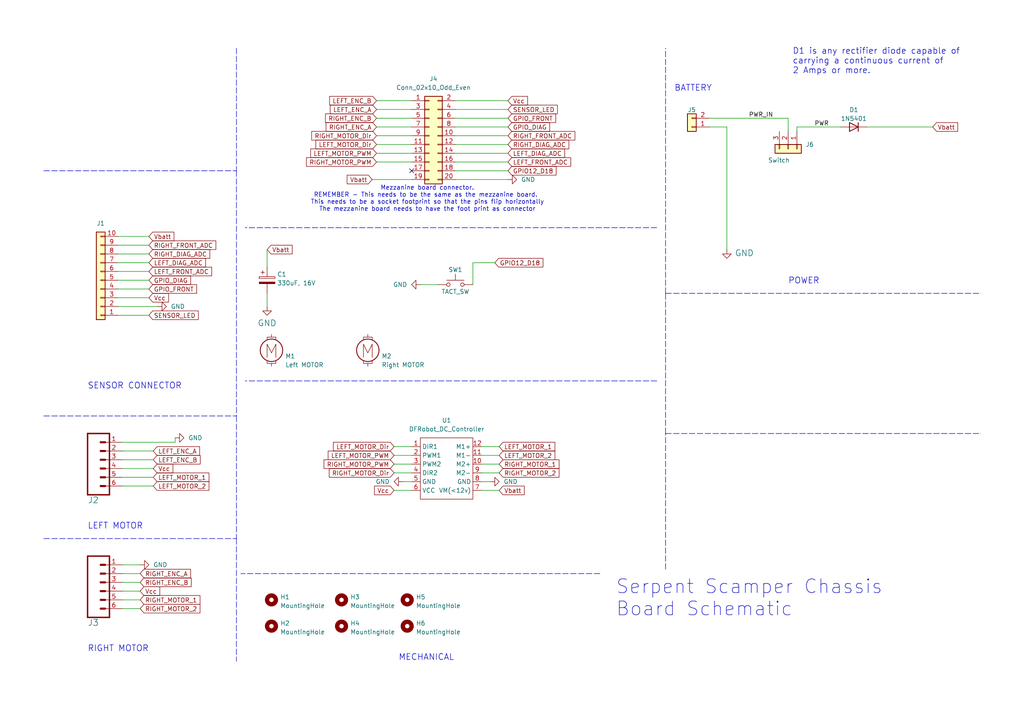
<source format=kicad_sch>
(kicad_sch (version 20231120) (generator "eeschema") (generator_version "8.0")
  (paper "A4")
  (title_block (title "Sepent Scamper Chassis") (date "2025-01-25") (rev "1"))
  (lib_symbols
    (symbol "Connector_Generic:Conn_01x02" (pin_names (offset 1.016) hide)
      (property "Reference" "J" (at 0 2.54 0))
      (property "Value" "Conn_01x02" (at 0 -5.08 0))
      (symbol "Conn_01x02_1_1"
        (rectangle (start -1.27 -2.413) (end 0 -2.667) (stroke (width 0.1524)))
        (rectangle (start -1.27 0.127) (end 0 -0.127) (stroke (width 0.1524)))
        (rectangle (start -1.27 1.27) (end 1.27 -3.81) (stroke (width 0.254)) (fill (type background)))
        (pin passive line (at -5.08 0 0) (length 3.81) (name "Pin_1") (number "1"))
        (pin passive line (at -5.08 -2.54 0) (length 3.81) (name "Pin_2") (number "2"))
      )
    )
    (symbol "Connector_Generic:Conn_01x03" (pin_names (offset 1.016) hide)
      (property "Reference" "J" (at 0 5.08 0))
      (property "Value" "Conn_01x03" (at 0 -5.08 0))
      (symbol "Conn_01x03_1_1"
        (rectangle (start -1.27 -2.413) (end 0 -2.667) (stroke (width 0.1524)))
        (rectangle (start -1.27 0.127) (end 0 -0.127) (stroke (width 0.1524)))
        (rectangle (start -1.27 2.667) (end 0 2.413) (stroke (width 0.1524)))
        (rectangle (start -1.27 3.81) (end 1.27 -3.81) (stroke (width 0.254)) (fill (type background)))
        (pin passive line (at -5.08 2.54 0) (length 3.81) (name "Pin_1") (number "1"))
        (pin passive line (at -5.08 0 0) (length 3.81) (name "Pin_2") (number "2"))
        (pin passive line (at -5.08 -2.54 0) (length 3.81) (name "Pin_3") (number "3"))
      )
    )
    (symbol "Connector_Generic:Conn_01x10" (pin_names (offset 1.016) hide)
      (property "Reference" "J" (at 0 12.7 0))
      (property "Value" "Conn_01x10" (at 0 -15.24 0))
      (symbol "Conn_01x10_1_1"
        (rectangle (start -1.27 -12.573) (end 0 -12.827) (stroke (width 0.1524)))
        (rectangle (start -1.27 -10.033) (end 0 -10.287) (stroke (width 0.1524)))
        (rectangle (start -1.27 -7.493) (end 0 -7.747) (stroke (width 0.1524)))
        (rectangle (start -1.27 -4.953) (end 0 -5.207) (stroke (width 0.1524)))
        (rectangle (start -1.27 -2.413) (end 0 -2.667) (stroke (width 0.1524)))
        (rectangle (start -1.27 0.127) (end 0 -0.127) (stroke (width 0.1524)))
        (rectangle (start -1.27 2.667) (end 0 2.413) (stroke (width 0.1524)))
        (rectangle (start -1.27 5.207) (end 0 4.953) (stroke (width 0.1524)))
        (rectangle (start -1.27 7.747) (end 0 7.493) (stroke (width 0.1524)))
        (rectangle (start -1.27 10.287) (end 0 10.033) (stroke (width 0.1524)))
        (rectangle (start -1.27 11.43) (end 1.27 -13.97) (stroke (width 0.254)) (fill (type background)))
        (pin passive line (at -5.08 10.16 0) (length 3.81) (name "Pin_1") (number "1"))
        (pin passive line (at -5.08 -12.7 0) (length 3.81) (name "Pin_10") (number "10"))
        (pin passive line (at -5.08 7.62 0) (length 3.81) (name "Pin_2") (number "2"))
        (pin passive line (at -5.08 5.08 0) (length 3.81) (name "Pin_3") (number "3"))
        (pin passive line (at -5.08 2.54 0) (length 3.81) (name "Pin_4") (number "4"))
        (pin passive line (at -5.08 0 0) (length 3.81) (name "Pin_5") (number "5"))
        (pin passive line (at -5.08 -2.54 0) (length 3.81) (name "Pin_6") (number "6"))
        (pin passive line (at -5.08 -5.08 0) (length 3.81) (name "Pin_7") (number "7"))
        (pin passive line (at -5.08 -7.62 0) (length 3.81) (name "Pin_8") (number "8"))
        (pin passive line (at -5.08 -10.16 0) (length 3.81) (name "Pin_9") (number "9"))
      )
    )
    (symbol "Connector_Generic:Conn_02x10_Odd_Even" (pin_names (offset 1.016) hide)
      (property "Reference" "J" (at 1.27 12.7 0))
      (property "Value" "Conn_02x10_Odd_Even" (at 1.27 -15.24 0))
      (symbol "Conn_02x10_Odd_Even_1_1"
        (rectangle (start -1.27 -12.573) (end 0 -12.827) (stroke (width 0.1524)))
        (rectangle (start -1.27 -10.033) (end 0 -10.287) (stroke (width 0.1524)))
        (rectangle (start -1.27 -7.493) (end 0 -7.747) (stroke (width 0.1524)))
        (rectangle (start -1.27 -4.953) (end 0 -5.207) (stroke (width 0.1524)))
        (rectangle (start -1.27 -2.413) (end 0 -2.667) (stroke (width 0.1524)))
        (rectangle (start -1.27 0.127) (end 0 -0.127) (stroke (width 0.1524)))
        (rectangle (start -1.27 2.667) (end 0 2.413) (stroke (width 0.1524)))
        (rectangle (start -1.27 5.207) (end 0 4.953) (stroke (width 0.1524)))
        (rectangle (start -1.27 7.747) (end 0 7.493) (stroke (width 0.1524)))
        (rectangle (start -1.27 10.287) (end 0 10.033) (stroke (width 0.1524)))
        (rectangle (start -1.27 11.43) (end 3.81 -13.97) (stroke (width 0.254)) (fill (type background)))
        (rectangle (start 3.81 -12.573) (end 2.54 -12.827) (stroke (width 0.1524)))
        (rectangle (start 3.81 -10.033) (end 2.54 -10.287) (stroke (width 0.1524)))
        (rectangle (start 3.81 -7.493) (end 2.54 -7.747) (stroke (width 0.1524)))
        (rectangle (start 3.81 -4.953) (end 2.54 -5.207) (stroke (width 0.1524)))
        (rectangle (start 3.81 -2.413) (end 2.54 -2.667) (stroke (width 0.1524)))
        (rectangle (start 3.81 0.127) (end 2.54 -0.127) (stroke (width 0.1524)))
        (rectangle (start 3.81 2.667) (end 2.54 2.413) (stroke (width 0.1524)))
        (rectangle (start 3.81 5.207) (end 2.54 4.953) (stroke (width 0.1524)))
        (rectangle (start 3.81 7.747) (end 2.54 7.493) (stroke (width 0.1524)))
        (rectangle (start 3.81 10.287) (end 2.54 10.033) (stroke (width 0.1524)))
        (pin passive line (at -5.08 10.16 0) (length 3.81) (name "Pin_1") (number "1"))
        (pin passive line (at 7.62 0 180) (length 3.81) (name "Pin_10") (number "10"))
        (pin passive line (at -5.08 -2.54 0) (length 3.81) (name "Pin_11") (number "11"))
        (pin passive line (at 7.62 -2.54 180) (length 3.81) (name "Pin_12") (number "12"))
        (pin passive line (at -5.08 -5.08 0) (length 3.81) (name "Pin_13") (number "13"))
        (pin passive line (at 7.62 -5.08 180) (length 3.81) (name "Pin_14") (number "14"))
        (pin passive line (at -5.08 -7.62 0) (length 3.81) (name "Pin_15") (number "15"))
        (pin passive line (at 7.62 -7.62 180) (length 3.81) (name "Pin_16") (number "16"))
        (pin passive line (at -5.08 -10.16 0) (length 3.81) (name "Pin_17") (number "17"))
        (pin passive line (at 7.62 -10.16 180) (length 3.81) (name "Pin_18") (number "18"))
        (pin passive line (at -5.08 -12.7 0) (length 3.81) (name "Pin_19") (number "19"))
        (pin passive line (at 7.62 10.16 180) (length 3.81) (name "Pin_2") (number "2"))
        (pin passive line (at 7.62 -12.7 180) (length 3.81) (name "Pin_20") (number "20"))
        (pin passive line (at -5.08 7.62 0) (length 3.81) (name "Pin_3") (number "3"))
        (pin passive line (at 7.62 7.62 180) (length 3.81) (name "Pin_4") (number "4"))
        (pin passive line (at -5.08 5.08 0) (length 3.81) (name "Pin_5") (number "5"))
        (pin passive line (at 7.62 5.08 180) (length 3.81) (name "Pin_6") (number "6"))
        (pin passive line (at -5.08 2.54 0) (length 3.81) (name "Pin_7") (number "7"))
        (pin passive line (at 7.62 2.54 180) (length 3.81) (name "Pin_8") (number "8"))
        (pin passive line (at -5.08 0 0) (length 3.81) (name "Pin_9") (number "9"))
      )
    )
    (symbol "Device:C_Polarized" (pin_numbers hide) (pin_names (offset 0.254))
      (property "Reference" "C" (at 0.635 2.54 0))
      (property "Value" "C_Polarized" (at 0.635 -2.54 0))
      (symbol "C_Polarized_0_1"
        (rectangle (start -2.286 0.508) (end 2.286 1.016))
        (polyline (pts (xy -1.778 2.286) (xy -0.762 2.286)))
        (polyline (pts (xy -1.27 2.794) (xy -1.27 1.778)))
        (rectangle (start 2.286 -0.508) (end -2.286 -1.016) (fill (type outline)))
      )
      (symbol "C_Polarized_1_1"
        (pin passive line (at 0 3.81 270) (length 2.794) (name "~") (number "1"))
        (pin passive line (at 0 -3.81 90) (length 2.794) (name "~") (number "2"))
      )
    )
    (symbol "Device:D" (pin_numbers hide) (pin_names (offset 1.016) hide)
      (property "Reference" "D" (at 0 2.54 0))
      (property "Value" "D" (at 0 -2.54 0))
      (symbol "D_0_1"
        (polyline (pts (xy -1.27 1.27) (xy -1.27 -1.27)) (stroke (width 0.254)))
        (polyline (pts (xy 1.27 0) (xy -1.27 0)))
        (polyline (pts (xy 1.27 1.27) (xy 1.27 -1.27) (xy -1.27 0) (xy 1.27 1.27)) (stroke (width 0.254)))
      )
      (symbol "D_1_1"
        (pin passive line (at -3.81 0 0) (length 2.54) (name "K") (number "1"))
        (pin passive line (at 3.81 0 180) (length 2.54) (name "A") (number "2"))
      )
    )
    (symbol "Mechanical:MountingHole" (pin_names (offset 1.016))
      (property "Reference" "H" (at 0 5.08 0))
      (property "Value" "MountingHole" (at 0 3.175 0))
      (symbol "MountingHole_0_1"
        (circle (center 0 0) (radius 1.27) (stroke (width 1.27)))
      )
    )
    (symbol "PB_Library:DFRobot_DC_Motor_Controller"
      (property "Reference" "U" (at -1.778 4.826 0))
      (property "Value" "DFRobot_DC_Controller" (at 6.858 6.858 0))
      (symbol "DFRobot_DC_Motor_Controller_0_1"
        (rectangle (start -1.27 -13.97) (end 13.97 3.81))
      )
      (symbol "DFRobot_DC_Motor_Controller_1_1"
        (pin input line (at -3.81 1.27 0) (length 2.54) (name "DIR1") (number "1"))
        (pin input line (at 16.51 -3.81 180) (length 2.54) (name "M2+") (number "10"))
        (pin input line (at 16.51 -1.27 180) (length 2.54) (name "M1-") (number "11"))
        (pin input line (at 16.51 1.27 180) (length 2.54) (name "M1+") (number "12"))
        (pin input line (at -3.81 -1.27 0) (length 2.54) (name "PWM1") (number "2"))
        (pin input line (at -3.81 -3.81 0) (length 2.54) (name "PWM2") (number "3"))
        (pin input line (at -3.81 -6.35 0) (length 2.54) (name "DIR2") (number "4"))
        (pin power_out line (at -3.81 -8.89 0) (length 2.54) (name "GND") (number "5"))
        (pin power_in line (at -3.81 -11.43 0) (length 2.54) (name "VCC") (number "6"))
        (pin power_in line (at 16.51 -11.43 180) (length 2.54) (name "VM(<12v)") (number "7"))
        (pin power_out line (at 16.51 -8.89 180) (length 2.54) (name "GND") (number "8"))
        (pin input line (at 16.51 -6.35 180) (length 2.54) (name "M2-") (number "9"))
      )
    )
    (symbol "PB_Library:Tact_Switch_6mm" (pin_numbers hide) (pin_names (offset 1.016) hide)
      (property "Reference" "SW" (at 1.27 2.54 0))
      (property "Value" "TACT_SW" (at 0 -1.524 0))
      (symbol "Tact_Switch_6mm_0_1"
        (circle (center -2.032 0) (radius 0.508))
        (polyline (pts (xy 0 1.27) (xy 0 3.048)))
        (polyline (pts (xy 2.54 1.27) (xy -2.54 1.27)))
        (circle (center 2.032 0) (radius 0.508))
        (pin passive line (at -5.08 0 0) (length 2.54) (name "A") (number "1"))
        (pin passive line (at 5.08 0 180) (length 2.54) (name "B") (number "2"))
      )
    )
    (symbol "power:GND" (power) (pin_names (offset 0))
      (property "Value" "GND" (at 0 -3.81 0))
      (symbol "GND_0_1"
        (polyline (pts (xy 0 0) (xy 0 -1.27) (xy 1.27 -1.27) (xy 0 -2.54) (xy -1.27 -1.27) (xy 0 -1.27)))
      )
      (symbol "GND_1_1"
        (pin power_in line (at 0 0 270) (length 0) hide (name "GND") (number "1"))
      )
    )
    (symbol "ukmarsbot:CONN_06LOCK_LONGPADS"
      (property "Reference" "J" (at -5.08 10.668 0))
      (property "Value" "CONN_06LOCK_LONGPADS" (at -5.08 -9.906 0))
      (symbol "CONN_06LOCK_LONGPADS_1_0"
        (polyline (pts (xy -5.08 10.16) (xy -5.08 -7.62)) (stroke (width 0.4064)))
        (polyline (pts (xy -5.08 10.16) (xy 1.27 10.16)) (stroke (width 0.4064)))
        (polyline (pts (xy -1.27 -5.08) (xy 0 -5.08)) (stroke (width 0.6096)))
        (polyline (pts (xy -1.27 -2.54) (xy 0 -2.54)) (stroke (width 0.6096)))
        (polyline (pts (xy -1.27 0) (xy 0 0)) (stroke (width 0.6096)))
        (polyline (pts (xy -1.27 2.54) (xy 0 2.54)) (stroke (width 0.6096)))
        (polyline (pts (xy -1.27 5.08) (xy 0 5.08)) (stroke (width 0.6096)))
        (polyline (pts (xy -1.27 7.62) (xy 0 7.62)) (stroke (width 0.6096)))
        (polyline (pts (xy 1.27 -7.62) (xy -5.08 -7.62)) (stroke (width 0.4064)))
        (polyline (pts (xy 1.27 -7.62) (xy 1.27 10.16)) (stroke (width 0.4064)))
        (pin passive line (at 5.08 -5.08 180) (length 5.08) (name "1") (number "1"))
        (pin passive line (at 5.08 -2.54 180) (length 5.08) (name "2") (number "2"))
        (pin passive line (at 5.08 0 180) (length 5.08) (name "3") (number "3"))
        (pin passive line (at 5.08 2.54 180) (length 5.08) (name "4") (number "4"))
        (pin passive line (at 5.08 5.08 180) (length 5.08) (name "5") (number "5"))
        (pin passive line (at 5.08 7.62 180) (length 5.08) (name "6") (number "6"))
      )
    )
    (symbol "ukmarsbot:GEARMOTOR" (pin_names (offset 0))
      (property "Reference" "M" (at 2.54 2.54 0))
      (property "Value" "GEARMOTOR" (at 2.286 -2.286 0))
      (symbol "GEARMOTOR_0_0"
        (polyline (pts (xy -1.27 -2.032) (xy -1.27 1.778) (xy 0 -0.762) (xy 1.27 1.778) (xy 1.27 -2.032)))
      )
      (symbol "GEARMOTOR_0_1"
        (polyline (pts (xy 0 -3.81) (xy 0 -4.6228)))
        (polyline (pts (xy 0 3.81) (xy 0 4.6228)))
        (polyline (pts (xy -1.27 3.048) (xy -1.27 3.81) (xy 1.27 3.81) (xy 1.27 3.048)) (stroke (width 0.1524)))
        (polyline (pts (xy 1.27 -3.048) (xy 1.27 -3.81) (xy -1.27 -3.81) (xy -1.27 -3.048)) (stroke (width 0.1524)))
        (circle (center 0 0) (radius 3.2512) (stroke (width 0.254)))
      )
    )
  )
  (no_connect (at 119.38 49.53))
  (wire (pts (xy 34.29 88.9) (xy 45.72 88.9)))
  (wire (pts (xy 205.74 34.29) (xy 228.6 34.29)))
  (wire (pts (xy 109.22 36.83) (xy 119.38 36.83)))
  (wire (pts (xy 35.56 135.89) (xy 44.45 135.89)))
  (wire (pts (xy 34.29 86.36) (xy 43.18 86.36)))
  (wire (pts (xy 251.46 36.83) (xy 270.51 36.83)))
  (wire (pts (xy 205.74 36.83) (xy 210.82 36.83)))
  (wire (pts (xy 132.08 44.45) (xy 147.32 44.45)))
  (wire (pts (xy 35.56 130.81) (xy 44.45 130.81)))
  (wire (pts (xy 139.7 139.7) (xy 142.24 139.7)))
  (wire (pts (xy 139.7 142.24) (xy 144.78 142.24)))
  (polyline (pts (xy 190.5 110.49) (xy 71.12 110.49)) (stroke (width 0) (type dash)))
  (wire (pts (xy 132.08 36.83) (xy 147.32 36.83)))
  (polyline (pts (xy 193.04 125.73) (xy 284.48 125.73)) (stroke (width 0) (type dash)))
  (wire (pts (xy 34.29 76.2) (xy 43.18 76.2)))
  (wire (pts (xy 210.82 36.83) (xy 210.82 72.39)))
  (wire (pts (xy 34.29 71.12) (xy 43.18 71.12)))
  (wire (pts (xy 34.29 91.44) (xy 43.18 91.44)))
  (polyline (pts (xy 68.58 13.97) (xy 68.58 49.53)) (stroke (width 0) (type dash)))
  (polyline (pts (xy 193.04 165.1) (xy 193.04 125.73)) (stroke (width 0) (type dash)))
  (wire (pts (xy 114.3 142.24) (xy 119.38 142.24)))
  (wire (pts (xy 109.22 34.29) (xy 119.38 34.29)))
  (polyline (pts (xy 190.5 66.04) (xy 71.12 66.04)) (stroke (width 0) (type dash)))
  (wire (pts (xy 116.84 139.7) (xy 119.38 139.7)))
  (wire (pts (xy 132.08 34.29) (xy 147.32 34.29)))
  (wire (pts (xy 35.56 176.53) (xy 40.64 176.53)))
  (wire (pts (xy 132.08 46.99) (xy 147.32 46.99)))
  (wire (pts (xy 35.56 163.83) (xy 40.64 163.83)))
  (wire (pts (xy 35.56 140.97) (xy 44.45 140.97)))
  (wire (pts (xy 114.3 129.54) (xy 119.38 129.54)))
  (wire (pts (xy 109.22 29.21) (xy 119.38 29.21)))
  (wire (pts (xy 35.56 173.99) (xy 40.64 173.99)))
  (polyline (pts (xy 173.99 166.37) (xy 69.85 166.37)) (stroke (width 0) (type dash)))
  (wire (pts (xy 35.56 171.45) (xy 40.64 171.45)))
  (wire (pts (xy 35.56 166.37) (xy 40.64 166.37)))
  (wire (pts (xy 132.08 41.91) (xy 147.32 41.91)))
  (wire (pts (xy 137.16 76.2) (xy 137.16 82.55)))
  (wire (pts (xy 77.47 72.39) (xy 77.47 77.47)))
  (wire (pts (xy 228.6 38.1) (xy 228.6 34.29)))
  (wire (pts (xy 121.92 82.55) (xy 127 82.55)))
  (polyline (pts (xy 193.04 125.73) (xy 193.04 85.09)) (stroke (width 0) (type dash)))
  (wire (pts (xy 34.29 78.74) (xy 43.18 78.74)))
  (wire (pts (xy 77.47 85.09) (xy 77.47 88.9)))
  (wire (pts (xy 35.56 128.27) (xy 50.8 128.27)))
  (wire (pts (xy 132.08 29.21) (xy 147.32 29.21)))
  (polyline (pts (xy 193.04 85.09) (xy 284.48 85.09)) (stroke (width 0) (type dash)))
  (wire (pts (xy 50.8 128.27) (xy 50.8 127)))
  (wire (pts (xy 139.7 134.62) (xy 144.78 134.62)))
  (polyline (pts (xy 68.58 49.53) (xy 68.58 120.65)) (stroke (width 0) (type dash)))
  (wire (pts (xy 132.08 31.75) (xy 147.32 31.75)))
  (wire (pts (xy 139.7 129.54) (xy 144.78 129.54)))
  (wire (pts (xy 34.29 73.66) (xy 43.18 73.66)))
  (polyline (pts (xy 12.7 156.21) (xy 68.58 156.21)) (stroke (width 0) (type dash)))
  (wire (pts (xy 34.29 68.58) (xy 43.18 68.58)))
  (wire (pts (xy 132.08 52.07) (xy 147.32 52.07)))
  (wire (pts (xy 114.3 137.16) (xy 119.38 137.16)))
  (wire (pts (xy 34.29 81.28) (xy 43.18 81.28)))
  (wire (pts (xy 139.7 137.16) (xy 144.78 137.16)))
  (wire (pts (xy 35.56 138.43) (xy 44.45 138.43)))
  (wire (pts (xy 139.7 132.08) (xy 144.78 132.08)))
  (polyline (pts (xy 193.04 85.09) (xy 193.04 13.97)) (stroke (width 0) (type dash)))
  (wire (pts (xy 35.56 168.91) (xy 40.64 168.91)))
  (wire (pts (xy 35.56 133.35) (xy 44.45 133.35)))
  (wire (pts (xy 107.95 52.07) (xy 119.38 52.07)))
  (wire (pts (xy 109.22 41.91) (xy 119.38 41.91)))
  (wire (pts (xy 231.14 36.83) (xy 243.84 36.83)))
  (wire (pts (xy 34.29 83.82) (xy 43.18 83.82)))
  (wire (pts (xy 109.22 44.45) (xy 119.38 44.45)))
  (polyline (pts (xy 12.7 49.53) (xy 68.58 49.53)) (stroke (width 0) (type dash)))
  (polyline (pts (xy 12.7 120.65) (xy 68.58 120.65)) (stroke (width 0) (type dash)))
  (polyline (pts (xy 68.58 156.21) (xy 68.58 191.77)) (stroke (width 0) (type dash)))
  (wire (pts (xy 109.22 39.37) (xy 119.38 39.37)))
  (wire (pts (xy 132.08 39.37) (xy 147.32 39.37)))
  (wire (pts (xy 231.14 36.83) (xy 231.14 38.1)))
  (polyline (pts (xy 68.58 120.65) (xy 68.58 156.21)) (stroke (width 0) (type dash)))
  (wire (pts (xy 132.08 49.53) (xy 147.32 49.53)))
  (wire (pts (xy 143.51 76.2) (xy 137.16 76.2)))
  (wire (pts (xy 114.3 132.08) (xy 119.38 132.08)))
  (wire (pts (xy 109.22 31.75) (xy 119.38 31.75)))
  (wire (pts (xy 109.22 46.99) (xy 119.38 46.99)))
  (wire (pts (xy 114.3 134.62) (xy 119.38 134.62)))
  (text "D1 is any rectifier diode capable of \ncarrying a continuous current of \n2 Amps or more. \n" (at 229.87 21.59 0) (effects (font (size 1.75 1.75)) (justify left bottom)))
  (text "POWER" (at 228.6 82.55 0) (effects (font (size 1.75 1.75)) (justify left bottom)))
  (text "RIGHT MOTOR" (at 25.4 189.23 0) (effects (font (size 1.75 1.75)) (justify left bottom)))
  (text "SENSOR CONNECTOR" (at 25.4 113.03 0) (effects (font (size 1.75 1.75)) (justify left bottom)))
  (text "BATTERY" (at 195.58 26.67 0) (effects (font (size 1.75 1.75)) (justify left bottom)))
  (text "MECHANICAL" (at 115.57 191.77 0) (effects (font (size 1.75 1.75)) (justify left bottom)))
  (text "Mezzanine board connector.\nREMEMBER - This needs to be the same as the mezzanine board. \nThis needs to be a socket footprint so that the pins flip horizontally\nThe mezzanine board needs to have the foot print as connector" (at 123.952 57.658 0) (effects (font (size 1.27 1.27))))
  (text "Serpent Scamper Chassis \nBoard Schematic" (at 178.562 179.07 0) (effects (font (size 4 4)) (justify left bottom)))
  (text "LEFT MOTOR" (at 25.4 153.67 0) (effects (font (size 1.75 1.75)) (justify left bottom)))
  (label "PWR_IN" (at 217.17 34.29 0))
  (label "PWR" (at 236.22 36.83 0))
  (global_label "Vbatt" (shape input) (at 43.18 68.58 0) (property "Intersheetrefs" "${INTERSHEET_REFS}" (effects (hide yes))))
  (global_label "Vcc" (shape input) (at 40.64 171.45 0) (property "Intersheetrefs" "${INTERSHEET_REFS}" (effects (hide yes))))
  (global_label "Vbatt" (shape input) (at 77.47 72.39 0) (property "Intersheetrefs" "${INTERSHEET_REFS}" (effects (hide yes))))
  (global_label "GPIO_DIAG" (shape input) (at 147.32 36.83 0) (property "Intersheetrefs" "${INTERSHEET_REFS}" (effects (hide yes))))
  (global_label "LEFT_ENC_A" (shape input) (at 44.45 130.81 0) (property "Intersheetrefs" "${INTERSHEET_REFS}" (effects (hide yes))))
  (global_label "RIGHT_MOTOR_Dir" (shape input) (at 109.22 39.37 180) (property "Intersheetrefs" "${INTERSHEET_REFS}" (effects (hide yes))))
  (global_label "RIGHT_MOTOR_PWM" (shape input) (at 114.3 134.62 180) (property "Intersheetrefs" "${INTERSHEET_REFS}" (effects (hide yes))))
  (global_label "GPIO_DIAG" (shape input) (at 43.18 81.28 0) (property "Intersheetrefs" "${INTERSHEET_REFS}" (effects (hide yes))))
  (global_label "LEFT_MOTOR_Dir" (shape input) (at 114.3 129.54 180) (property "Intersheetrefs" "${INTERSHEET_REFS}" (effects (hide yes))))
  (global_label "RIGHT_ENC_B" (shape input) (at 40.64 168.91 0) (property "Intersheetrefs" "${INTERSHEET_REFS}" (effects (hide yes))))
  (global_label "RIGHT_ENC_A" (shape input) (at 40.64 166.37 0) (property "Intersheetrefs" "${INTERSHEET_REFS}" (effects (hide yes))))
  (global_label "LEFT_MOTOR_1" (shape input) (at 44.45 138.43 0) (property "Intersheetrefs" "${INTERSHEET_REFS}" (effects (hide yes))))
  (global_label "GPIO12_D18" (shape input) (at 143.51 76.2 0) (property "Intersheetrefs" "${INTERSHEET_REFS}" (effects (hide yes))))
  (global_label "LEFT_FRONT_ADC" (shape input) (at 147.32 46.99 0) (property "Intersheetrefs" "${INTERSHEET_REFS}" (effects (hide yes))))
  (global_label "RIGHT_ENC_A" (shape input) (at 109.22 36.83 180) (property "Intersheetrefs" "${INTERSHEET_REFS}" (effects (hide yes))))
  (global_label "RIGHT_MOTOR_Dir" (shape input) (at 114.3 137.16 180) (property "Intersheetrefs" "${INTERSHEET_REFS}" (effects (hide yes))))
  (global_label "Vcc" (shape input) (at 44.45 135.89 0) (property "Intersheetrefs" "${INTERSHEET_REFS}" (effects (hide yes))))
  (global_label "Vbatt" (shape input) (at 107.95 52.07 180) (property "Intersheetrefs" "${INTERSHEET_REFS}" (effects (hide yes))))
  (global_label "Vbatt" (shape input) (at 144.78 142.24 0) (property "Intersheetrefs" "${INTERSHEET_REFS}" (effects (hide yes))))
  (global_label "LEFT_MOTOR_Dir" (shape input) (at 109.22 41.91 180) (property "Intersheetrefs" "${INTERSHEET_REFS}" (effects (hide yes))))
  (global_label "LEFT_DIAG_ADC" (shape input) (at 43.18 76.2 0) (property "Intersheetrefs" "${INTERSHEET_REFS}" (effects (hide yes))))
  (global_label "RIGHT_MOTOR_1" (shape input) (at 40.64 173.99 0) (property "Intersheetrefs" "${INTERSHEET_REFS}" (effects (hide yes))))
  (global_label "Vcc" (shape input) (at 43.18 86.36 0) (property "Intersheetrefs" "${INTERSHEET_REFS}" (effects (hide yes))))
  (global_label "RIGHT_MOTOR_1" (shape input) (at 144.78 134.62 0) (property "Intersheetrefs" "${INTERSHEET_REFS}" (effects (hide yes))))
  (global_label "SENSOR_LED" (shape input) (at 43.18 91.44 0) (property "Intersheetrefs" "${INTERSHEET_REFS}" (effects (hide yes))))
  (global_label "LEFT_MOTOR_2" (shape input) (at 44.45 140.97 0) (property "Intersheetrefs" "${INTERSHEET_REFS}" (effects (hide yes))))
  (global_label "RIGHT_MOTOR_2" (shape input) (at 144.78 137.16 0) (property "Intersheetrefs" "${INTERSHEET_REFS}" (effects (hide yes))))
  (global_label "GPIO_FRONT" (shape input) (at 147.32 34.29 0) (property "Intersheetrefs" "${INTERSHEET_REFS}" (effects (hide yes))))
  (global_label "LEFT_ENC_A" (shape input) (at 109.22 31.75 180) (property "Intersheetrefs" "${INTERSHEET_REFS}" (effects (hide yes))))
  (global_label "LEFT_MOTOR_2" (shape input) (at 144.78 132.08 0) (property "Intersheetrefs" "${INTERSHEET_REFS}" (effects (hide yes))))
  (global_label "LEFT_ENC_B" (shape input) (at 44.45 133.35 0) (property "Intersheetrefs" "${INTERSHEET_REFS}" (effects (hide yes))))
  (global_label "RIGHT_ENC_B" (shape input) (at 109.22 34.29 180) (property "Intersheetrefs" "${INTERSHEET_REFS}" (effects (hide yes))))
  (global_label "RIGHT_MOTOR_PWM" (shape input) (at 109.22 46.99 180) (property "Intersheetrefs" "${INTERSHEET_REFS}" (effects (hide yes))))
  (global_label "RIGHT_DIAG_ADC" (shape input) (at 43.18 73.66 0) (property "Intersheetrefs" "${INTERSHEET_REFS}" (effects (hide yes))))
  (global_label "LEFT_MOTOR_1" (shape input) (at 144.78 129.54 0) (property "Intersheetrefs" "${INTERSHEET_REFS}" (effects (hide yes))))
  (global_label "RIGHT_FRONT_ADC" (shape input) (at 147.32 39.37 0) (property "Intersheetrefs" "${INTERSHEET_REFS}" (effects (hide yes))))
  (global_label "LEFT_MOTOR_PWM" (shape input) (at 114.3 132.08 180) (property "Intersheetrefs" "${INTERSHEET_REFS}" (effects (hide yes))))
  (global_label "RIGHT_FRONT_ADC" (shape input) (at 43.18 71.12 0) (property "Intersheetrefs" "${INTERSHEET_REFS}" (effects (hide yes))))
  (global_label "GPIO12_D18" (shape input) (at 147.32 49.53 0) (property "Intersheetrefs" "${INTERSHEET_REFS}" (effects (hide yes))))
  (global_label "SENSOR_LED" (shape input) (at 147.32 31.75 0) (property "Intersheetrefs" "${INTERSHEET_REFS}" (effects (hide yes))))
  (global_label "LEFT_FRONT_ADC" (shape input) (at 43.18 78.74 0) (property "Intersheetrefs" "${INTERSHEET_REFS}" (effects (hide yes))))
  (global_label "Vcc" (shape input) (at 147.32 29.21 0) (property "Intersheetrefs" "${INTERSHEET_REFS}" (effects (hide yes))))
  (global_label "Vbatt" (shape input) (at 270.51 36.83 0) (property "Intersheetrefs" "${INTERSHEET_REFS}" (effects (hide yes))))
  (global_label "LEFT_MOTOR_PWM" (shape input) (at 109.22 44.45 180) (property "Intersheetrefs" "${INTERSHEET_REFS}" (effects (hide yes))))
  (global_label "GPIO_FRONT" (shape input) (at 43.18 83.82 0) (property "Intersheetrefs" "${INTERSHEET_REFS}" (effects (hide yes))))
  (global_label "LEFT_DIAG_ADC" (shape input) (at 147.32 44.45 0) (property "Intersheetrefs" "${INTERSHEET_REFS}" (effects (hide yes))))
  (global_label "LEFT_ENC_B" (shape input) (at 109.22 29.21 180) (property "Intersheetrefs" "${INTERSHEET_REFS}" (effects (hide yes))))
  (global_label "RIGHT_DIAG_ADC" (shape input) (at 147.32 41.91 0) (property "Intersheetrefs" "${INTERSHEET_REFS}" (effects (hide yes))))
  (global_label "RIGHT_MOTOR_2" (shape input) (at 40.64 176.53 0) (property "Intersheetrefs" "${INTERSHEET_REFS}" (effects (hide yes))))
  (global_label "Vcc" (shape input) (at 114.3 142.24 180) (property "Intersheetrefs" "${INTERSHEET_REFS}" (effects (hide yes))))
  (symbol (lib_id "power:GND") (at 142.24 139.7 90) (unit 1)
    (property "Reference" "#PWR05" (effects (hide yes)))
    (property "Value" "GND" (at 146.05 139.6999 90) (effects (justify right)))
    (property "Description" "Power symbol creates a global label with name \"GND\" , ground" (effects (hide yes)))
  )
  (symbol (lib_id "power:GND") (at 45.72 88.9 90) (unit 1)
    (property "Reference" "#PWR02" (effects (hide yes)))
    (property "Value" "GND" (at 49.53 88.8999 90) (effects (justify right)))
    (property "Description" "Power symbol creates a global label with name \"GND\" , ground" (effects (hide yes)))
  )
  (symbol (lib_id "power:GND") (at 210.82 72.39 0) (unit 1)
    (property "Reference" "#GND02" (effects (hide yes)))
    (property "Value" "GND" (at 215.9 72.39 0) (effects (font (size 1.75 1.75)) (justify top)))
    (property "Footprint" "ukmarsbot:" (effects (hide yes)))
  )
  (symbol (lib_id "ukmarsbot:CONN_06LOCK_LONGPADS") (at 30.48 133.35 0) (mirror x) (unit 1)
    (property "Reference" "J2" (at 25.4 144.018 0) (effects (font (size 1.778 1.778)) (justify left bottom)))
    (property "Value" "CONN_06SILK_FEMALE_PTH" (effects (hide yes)))
    (property "Footprint" "ukmarsbot:1X06_LOCK_LONGPADS" (effects (hide yes)))
    (property "Note" "6 pin header, 0.1\", male" (effects (hide yes)))
  )
  (symbol (lib_id "Connector_Generic:Conn_01x10") (at 29.21 81.28 180) (unit 1)
    (property "Reference" "J1" (at 29.21 64.77 0))
    (property "Value" "Conn_01x10" (effects (hide yes)))
    (property "Footprint" "Connector_PinSocket_2.54mm:PinSocket_1x10_P2.54mm_Vertical" (effects (hide yes)))
    (property "Description" "Generic connector, single row, 01x10, script generated (kicad-library-utils/schlib/autogen/connector/)" (effects (hide yes)))
  )
  (symbol (lib_id "Mechanical:MountingHole") (at 99.06 173.99 0) (unit 1)
    (property "Reference" "H3" (at 101.6 173.1553 0) (effects (justify left)))
    (property "Value" "MountingHole" (at 101.6 175.6922 0) (effects (justify left)))
    (property "Footprint" "ukmarsbot:MountingHole_3.2mm_M3_clearance" (effects (hide yes)))
    (property "Note" "Check finished size is M3 (3.2mm)" (effects (hide yes)))
  )
  (symbol (lib_id "power:GND") (at 77.47 88.9 0) (unit 1)
    (property "Reference" "#GND01" (effects (hide yes)))
    (property "Value" "GND" (at 77.47 92.71 0) (effects (font (size 1.75 1.75)) (justify top)))
    (property "Footprint" "ukmarsbot:" (effects (hide yes)))
  )
  (symbol (lib_id "power:GND") (at 40.64 163.83 90) (unit 1)
    (property "Reference" "#PWR01" (effects (hide yes)))
    (property "Value" "GND" (at 44.45 163.8299 90) (effects (justify right)))
    (property "Description" "Power symbol creates a global label with name \"GND\" , ground" (effects (hide yes)))
  )
  (symbol (lib_id "Connector_Generic:Conn_01x02") (at 200.66 36.83 180) (unit 1)
    (property "Reference" "J5" (at 200.66 31.8572 0))
    (property "Value" "POWER" (effects (hide yes)))
    (property "Footprint" "Connector_Molex:Molex_KK-254_AE-6410-02A_1x02_P2.54mm_Vertical" (effects (hide yes)))
    (property "Note" "0.1\" pitch, polarised, any type" (effects (hide yes)))
  )
  (symbol (lib_id "Device:D") (at 247.65 36.83 180) (unit 1)
    (property "Reference" "D1" (at 247.65 31.8602 0))
    (property "Value" "1N5401" (at 247.65 34.3971 0))
    (property "Footprint" "Diode_THT:D_DO-201AD_P15.24mm_Horizontal" (effects (hide yes)))
    (property "Note" "> 2A rectifier. Shottky is good" (effects (hide yes)))
  )
  (symbol (lib_id "Mechanical:MountingHole") (at 99.06 181.61 0) (unit 1)
    (property "Reference" "H4" (at 101.6 180.7753 0) (effects (justify left)))
    (property "Value" "MountingHole" (at 101.6 183.3122 0) (effects (justify left)))
    (property "Footprint" "ukmarsbot:MountingHole_3.2mm_M3_clearance" (effects (hide yes)))
    (property "Note" "Check finished size is M3 (3.2mm)" (effects (hide yes)))
  )
  (symbol (lib_id "PB_Library:Tact_Switch_6mm") (at 132.08 82.55 0) (unit 1)
    (property "Reference" "SW1" (at 132.08 78.232 0))
    (property "Value" "TACT_SW" (at 132.08 84.582 0))
    (property "Footprint" "Button_Switch_THT:SW_PUSH_6mm" (effects (hide yes)))
    (property "Description" "TACT switch 6mm 4.5mm" (effects (hide yes)))
  )
  (symbol (lib_id "power:GND") (at 147.32 52.07 90) (unit 1)
    (property "Reference" "#PWR07" (effects (hide yes)))
    (property "Value" "GND" (at 151.13 52.0699 90) (effects (justify right)))
    (property "Description" "Power symbol creates a global label with name \"GND\" , ground" (effects (hide yes)))
  )
  (symbol (lib_id "ukmarsbot:CONN_06LOCK_LONGPADS") (at 30.48 168.91 0) (mirror x) (unit 1)
    (property "Reference" "J3" (at 25.4 179.578 0) (effects (font (size 1.778 1.778)) (justify left bottom)))
    (property "Value" "CONN_06SILK_FEMALE_PTH" (effects (hide yes)))
    (property "Footprint" "ukmarsbot:1X06_LOCK_LONGPADS" (effects (hide yes)))
    (property "Note" "6 pin header, 0.1\", male" (effects (hide yes)))
  )
  (symbol (lib_id "Device:C_Polarized") (at 77.47 81.28 0) (unit 1)
    (property "Reference" "C1" (at 80.391 79.5563 0) (effects (justify left)))
    (property "Value" "330uF, 16V" (at 80.391 82.0932 0) (effects (justify left)))
    (property "Footprint" "Capacitor_THT:CP_Radial_D8.0mm_P2.50mm" (effects (hide yes)))
    (property "Note" "Maximum height is 10mm" (effects (hide yes)))
  )
  (symbol (lib_id "Mechanical:MountingHole") (at 118.11 181.61 0) (unit 1)
    (property "Reference" "H6" (at 120.65 180.7753 0) (effects (justify left)))
    (property "Value" "MountingHole" (at 120.65 183.3122 0) (effects (justify left)))
    (property "Footprint" "ukmarsbot:MountingHole_3.2mm_M3_clearance" (effects (hide yes)))
    (property "Note" "Check finished size is M3 (3.2mm)" (effects (hide yes)))
  )
  (symbol (lib_id "power:GND") (at 121.92 82.55 270) (unit 1)
    (property "Reference" "#PWR06" (effects (hide yes)))
    (property "Value" "GND" (at 118.11 82.5499 90) (effects (justify right)))
    (property "Description" "Power symbol creates a global label with name \"GND\" , ground" (effects (hide yes)))
  )
  (symbol (lib_id "Mechanical:MountingHole") (at 78.74 173.99 0) (unit 1)
    (property "Reference" "H1" (at 81.28 173.1553 0) (effects (justify left)))
    (property "Value" "MountingHole" (at 81.28 175.6922 0) (effects (justify left)))
    (property "Footprint" "ukmarsbot:MountingHole_3.2mm_M3_clearance" (effects (hide yes)))
    (property "Note" "Check finished size is M3 (3.2mm)" (effects (hide yes)))
  )
  (symbol (lib_id "ukmarsbot:GEARMOTOR") (at 106.68 101.6 0) (unit 1)
    (property "Reference" "M2" (at 110.6932 103.3053 0) (effects (justify left)))
    (property "Value" "Right MOTOR" (at 110.6932 105.8422 0) (effects (justify left)))
    (property "Footprint" "ukmarsbot:MINI-METAL-GEARMOTOR-WITH-BRACKET" (effects (hide yes)))
    (property "Note" "commercial mounts need bushing for screws" (effects (hide yes)))
  )
  (symbol (lib_id "power:GND") (at 50.8 127 90) (unit 1)
    (property "Reference" "#PWR03" (effects (hide yes)))
    (property "Value" "GND" (at 54.61 126.9999 90) (effects (justify right)))
    (property "Description" "Power symbol creates a global label with name \"GND\" , ground" (effects (hide yes)))
  )
  (symbol (lib_id "Connector_Generic:Conn_01x03") (at 228.6 43.18 270) (unit 1)
    (property "Reference" "J6" (at 233.68 41.9099 90) (effects (justify left)))
    (property "Value" "Switch" (at 222.758 46.482 90) (effects (justify left)))
    (property "Footprint" "Connector_PinHeader_2.54mm:PinHeader_1x03_P2.54mm_Vertical" (effects (hide yes)))
    (property "Description" "Generic connector, single row, 01x03, script generated (kicad-library-utils/schlib/autogen/connector/)" (effects (hide yes)))
  )
  (symbol (lib_id "Mechanical:MountingHole") (at 118.11 173.99 0) (unit 1)
    (property "Reference" "H5" (at 120.65 173.1553 0) (effects (justify left)))
    (property "Value" "MountingHole" (at 120.65 175.6922 0) (effects (justify left)))
    (property "Footprint" "ukmarsbot:MountingHole_3.2mm_M3_clearance" (effects (hide yes)))
    (property "Note" "Check finished size is M3 (3.2mm)" (effects (hide yes)))
  )
  (symbol (lib_id "Connector_Generic:Conn_02x10_Odd_Even") (at 124.46 39.37 0) (unit 1)
    (property "Reference" "J4" (at 125.73 22.86 0))
    (property "Value" "Conn_02x10_Odd_Even" (at 125.73 25.4 0))
    (property "Footprint" "Connector_PinSocket_2.54mm:PinSocket_2x10_P2.54mm_Vertical" (effects (hide yes)))
    (property "Description" "Generic connector, double row, 02x10, odd/even pin numbering scheme (row 1 odd numbers, row 2 even numbers), script generated (kicad-library-utils/schlib/autogen/connector/)" (effects (hide yes)))
  )
  (symbol (lib_id "PB_Library:DFRobot_DC_Motor_Controller") (at 123.19 130.81 0) (unit 1)
    (property "Reference" "U1" (at 129.54 121.92 0))
    (property "Value" "DFRobot_DC_Controller" (at 129.54 124.46 0))
    (property "Footprint" "PBFootPrintLibrary:DFRobot_DC_Controller" (effects (hide yes)))
    (property "Datasheet" "https://mm.digikey.com/Volume0/opasdata/d220001/medias/docus/884/DRI0044_Web.pdf" (effects (hide yes)))
  )
  (symbol (lib_id "power:GND") (at 116.84 139.7 270) (unit 1)
    (property "Reference" "#PWR04" (effects (hide yes)))
    (property "Value" "GND" (at 113.03 139.6999 90) (effects (justify right)))
    (property "Description" "Power symbol creates a global label with name \"GND\" , ground" (effects (hide yes)))
  )
  (symbol (lib_id "ukmarsbot:GEARMOTOR") (at 78.74 101.6 0) (unit 1)
    (property "Reference" "M1" (at 82.7532 103.3053 0) (effects (justify left)))
    (property "Value" "Left MOTOR" (at 82.7532 105.8422 0) (effects (justify left)))
    (property "Footprint" "ukmarsbot:MINI-METAL-GEARMOTOR-WITH-BRACKET_Alt" (effects (hide yes)))
    (property "Note" "commercial mounts need bushing for screws" (effects (hide yes)))
  )
  (symbol (lib_id "Mechanical:MountingHole") (at 78.74 181.61 0) (unit 1)
    (property "Reference" "H2" (at 81.28 180.7753 0) (effects (justify left)))
    (property "Value" "MountingHole" (at 81.28 183.3122 0) (effects (justify left)))
    (property "Footprint" "ukmarsbot:MountingHole_3.2mm_M3_clearance" (effects (hide yes)))
    (property "Note" "Check finished size is M3 (3.2mm)" (effects (hide yes)))
  )
)
</source>
